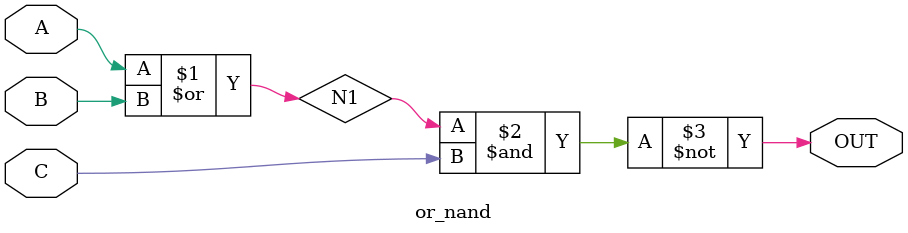
<source format=v>
`timescale 1ps/1ps
module or_nand(OUT, A, B, C);
	output OUT;
	
	input A, B, C;
	
	or i1 (N1, A, B);
	
	nand i2(OUT, N1, C);
	
	specify
		//pathdelay_enhanced;
		(A => OUT) = (30, 29);
		(B => OUT) = (20, 19);
		(C => OUT) = (10, 9);
 endspecify
endmodule
</source>
